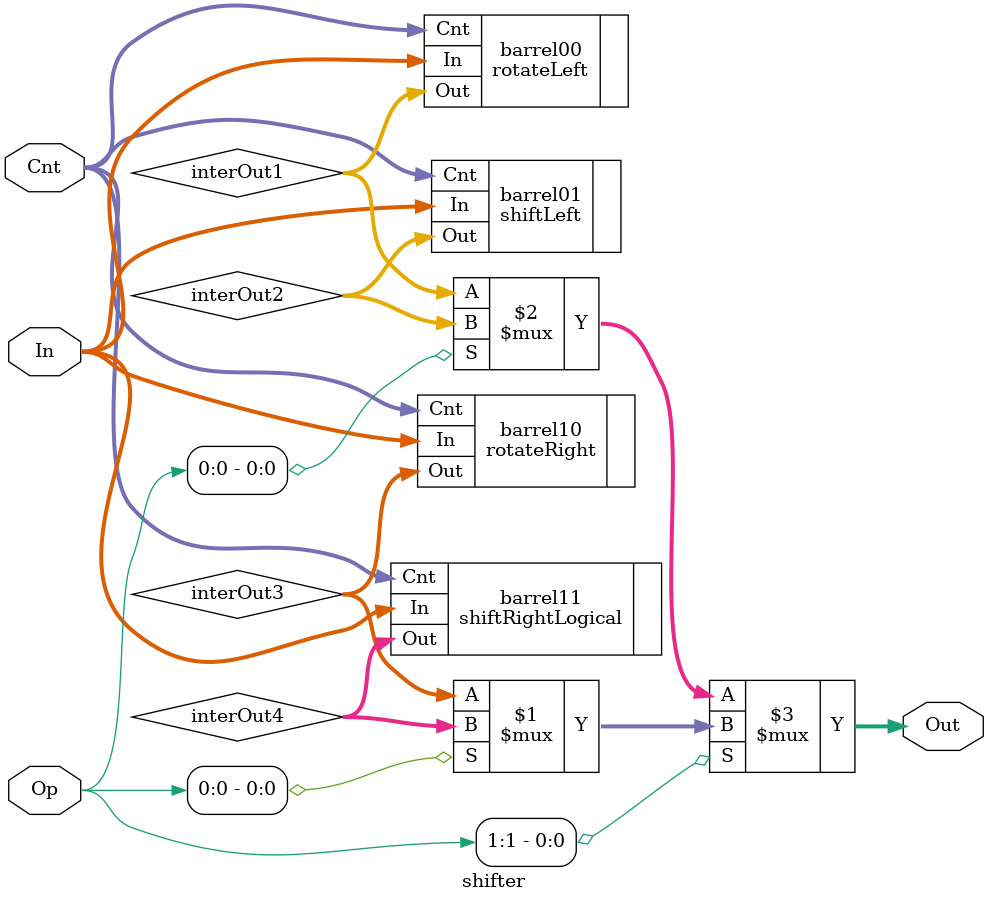
<source format=v>
/*
    CS/ECE 552 Spring '20
    Homework #2, Problem 1
    
    A barrel shifter module.  It is designed to shift a number via rotate
    left, shift left, shift right arithmetic, or shift right logical based
    on the Op() value that is passed in (2 bit number).  It uses these
    shifts to shift the value any number of bits between 0 and 15 bits.
 */
module shifter (In, Cnt, Op, Out);

    // declare constant for size of inputs, outputs (N) and # bits to shift (C)
    parameter   N = 16;
    parameter   C = 4;
    parameter   O = 2;

    input [N-1:0]   In;
    input [C-1:0]   Cnt;
    input [O-1:0]   Op;
    output [N-1:0]  Out;

    /* YOUR CODE HERE */
    wire [15:0] interOut1, interOut2, interOut3, interOut4;

    rotateLeft barrel00(.In(In), .Cnt(Cnt), .Out(interOut1));
    shiftLeft barrel01(.In(In), .Cnt(Cnt), .Out(interOut2));
    rotateRight barrel10(.In(In), .Cnt(Cnt), .Out(interOut3));
    shiftRightLogical barrel11(.In(In), .Cnt(Cnt), .Out(interOut4)); 

    assign Out = Op[1] ? (Op[0] ? interOut4 : interOut3) : (Op[0] ? interOut2 : interOut1);

endmodule

</source>
